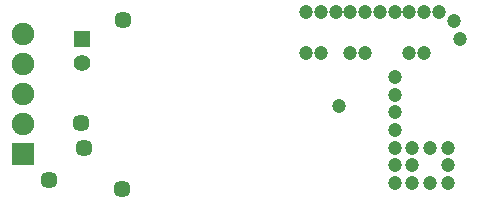
<source format=gbs>
G04*
G04 #@! TF.GenerationSoftware,Altium Limited,Altium Designer,18.1.1 (9)*
G04*
G04 Layer_Color=16711935*
%FSLAX42Y42*%
%MOMM*%
G71*
G01*
G75*
%ADD20C,1.40*%
%ADD21R,1.40X1.40*%
%ADD22R,1.91X1.91*%
%ADD23C,1.91*%
%ADD24C,1.45*%
%ADD25C,1.20*%
D20*
X-3250Y20D02*
D03*
D21*
Y220D02*
D03*
D22*
X-3750Y-750D02*
D03*
D23*
Y-496D02*
D03*
Y-242D02*
D03*
Y12D02*
D03*
Y266D02*
D03*
D24*
X-3228Y-700D02*
D03*
X-2900Y380D02*
D03*
X-2906Y-1046D02*
D03*
X-3530Y-970D02*
D03*
X-3260Y-490D02*
D03*
D25*
X-450Y-850D02*
D03*
Y-1000D02*
D03*
X-600Y-850D02*
D03*
Y-1000D02*
D03*
Y-700D02*
D03*
X-300Y-1000D02*
D03*
X-150D02*
D03*
Y-850D02*
D03*
Y-700D02*
D03*
X-300D02*
D03*
X-450D02*
D03*
X-600Y-550D02*
D03*
Y-400D02*
D03*
Y-250D02*
D03*
Y-100D02*
D03*
X-1070Y-350D02*
D03*
X-225Y450D02*
D03*
X-100Y375D02*
D03*
X-50Y225D02*
D03*
X-350Y450D02*
D03*
X-475D02*
D03*
X-600D02*
D03*
X-725D02*
D03*
X-850D02*
D03*
X-975D02*
D03*
X-1100D02*
D03*
X-1225D02*
D03*
X-1350D02*
D03*
X-350Y100D02*
D03*
X-475D02*
D03*
X-850D02*
D03*
X-975D02*
D03*
X-1225D02*
D03*
X-1350D02*
D03*
M02*

</source>
